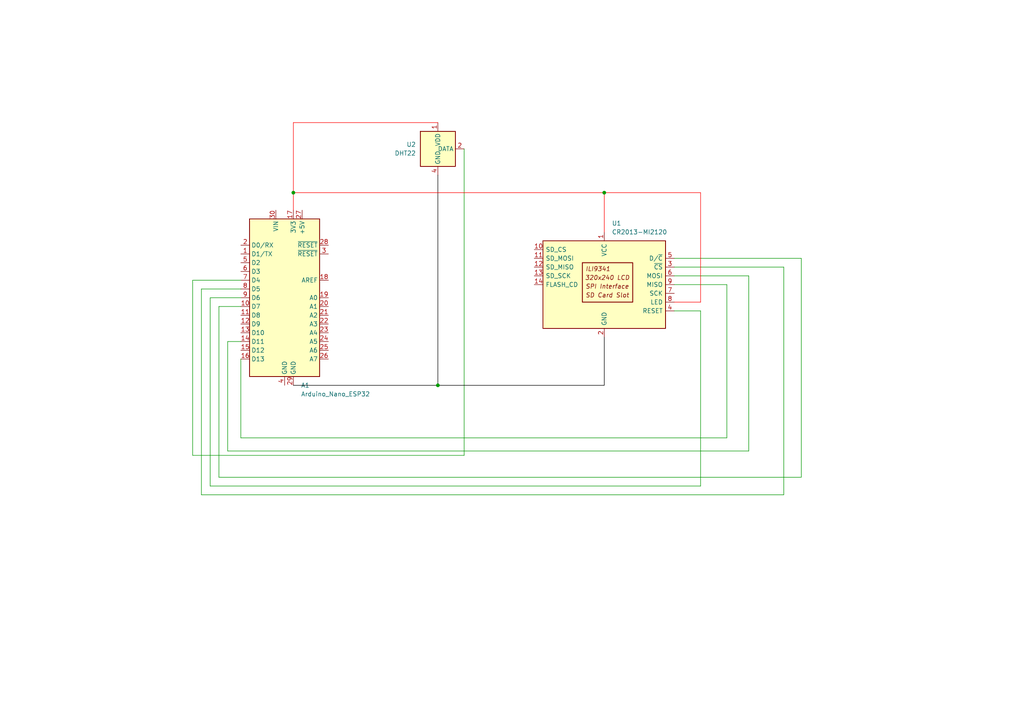
<source format=kicad_sch>
(kicad_sch (version 20231120) (generator "eeschema") (generator_version "8.0")
  (paper "A4")
  (lib_symbols
    (symbol "Driver_Display:CR2013-MI2120" (pin_names (offset 0.762))
      (property "Reference" "U" (at -17.526 13.97 0))
      (property "Value" "CR2013-MI2120" (at 1.905 13.97 0))
      (symbol "CR2013-MI2120_0_0"
        (text "320x240 LCD" (at 0.889 2.032 0) (effects (font (size 1.27 1.27) (italic yes))))
        (text "ILI9341" (at -5.461 4.572 0) (effects (font (size 1.27 1.27) (italic yes)) (justify left)))
        (text "SD Card Slot" (at -5.461 -3.048 0) (effects (font (size 1.27 1.27) (italic yes)) (justify left)))
        (text "SPI Interface" (at -5.461 -0.508 0) (effects (font (size 1.27 1.27) (italic yes)) (justify left)))
      )
      (symbol "CR2013-MI2120_0_1"
        (rectangle (start -17.78 12.7) (end 17.78 -12.7) (stroke (width 0.254)) (fill (type background)))
        (rectangle (start -6.35 6.35) (end 8.255 -5.08) (stroke (width 0.254)))
      )
      (symbol "CR2013-MI2120_1_1"
        (pin power_in line (at 0 15.24 270) (length 2.54) (name "VCC") (number "1"))
        (pin input line (at -20.32 10.16 0) (length 2.54) (name "SD_CS") (number "10"))
        (pin input line (at -20.32 7.62 0) (length 2.54) (name "SD_MOSI") (number "11"))
        (pin output line (at -20.32 5.08 0) (length 2.54) (name "SD_MISO") (number "12"))
        (pin input line (at -20.32 2.54 0) (length 2.54) (name "SD_SCK") (number "13"))
        (pin input line (at -20.32 0 0) (length 2.54) (name "FLASH_CD") (number "14"))
        (pin power_in line (at 0 -15.24 90) (length 2.54) (name "GND") (number "2"))
        (pin input line (at 20.32 5.08 180) (length 2.54) (name "~{CS}") (number "3"))
        (pin input line (at 20.32 -7.62 180) (length 2.54) (name "RESET") (number "4"))
        (pin input line (at 20.32 7.62 180) (length 2.54) (name "D/~{C}") (number "5"))
        (pin input line (at 20.32 2.54 180) (length 2.54) (name "MOSI") (number "6"))
        (pin input line (at 20.32 -2.54 180) (length 2.54) (name "SCK") (number "7"))
        (pin input line (at 20.32 -5.08 180) (length 2.54) (name "LED") (number "8"))
        (pin output line (at 20.32 0 180) (length 2.54) (name "MISO") (number "9"))
      )
    )
    (symbol "MCU_Module:Arduino_Nano_v3.x"
      (property "Reference" "A" (at -10.16 23.495 0))
      (property "Value" "Arduino_Nano_v3.x" (at 5.08 -24.13 0))
      (symbol "Arduino_Nano_v3.x_0_1"
        (rectangle (start -10.16 22.86) (end 10.16 -22.86) (stroke (width 0.254)) (fill (type background)))
      )
      (symbol "Arduino_Nano_v3.x_1_1"
        (pin bidirectional line (at -12.7 12.7 0) (length 2.54) (name "D1/TX") (number "1"))
        (pin bidirectional line (at -12.7 -2.54 0) (length 2.54) (name "D7") (number "10"))
        (pin bidirectional line (at -12.7 -5.08 0) (length 2.54) (name "D8") (number "11"))
        (pin bidirectional line (at -12.7 -7.62 0) (length 2.54) (name "D9") (number "12"))
        (pin bidirectional line (at -12.7 -10.16 0) (length 2.54) (name "D10") (number "13"))
        (pin bidirectional line (at -12.7 -12.7 0) (length 2.54) (name "D11") (number "14"))
        (pin bidirectional line (at -12.7 -15.24 0) (length 2.54) (name "D12") (number "15"))
        (pin bidirectional line (at -12.7 -17.78 0) (length 2.54) (name "D13") (number "16"))
        (pin power_out line (at 2.54 25.4 270) (length 2.54) (name "3V3") (number "17"))
        (pin input line (at 12.7 5.08 180) (length 2.54) (name "AREF") (number "18"))
        (pin bidirectional line (at 12.7 0 180) (length 2.54) (name "A0") (number "19"))
        (pin bidirectional line (at -12.7 15.24 0) (length 2.54) (name "D0/RX") (number "2"))
        (pin bidirectional line (at 12.7 -2.54 180) (length 2.54) (name "A1") (number "20"))
        (pin bidirectional line (at 12.7 -5.08 180) (length 2.54) (name "A2") (number "21"))
        (pin bidirectional line (at 12.7 -7.62 180) (length 2.54) (name "A3") (number "22"))
        (pin bidirectional line (at 12.7 -10.16 180) (length 2.54) (name "A4") (number "23"))
        (pin bidirectional line (at 12.7 -12.7 180) (length 2.54) (name "A5") (number "24"))
        (pin bidirectional line (at 12.7 -15.24 180) (length 2.54) (name "A6") (number "25"))
        (pin bidirectional line (at 12.7 -17.78 180) (length 2.54) (name "A7") (number "26"))
        (pin power_out line (at 5.08 25.4 270) (length 2.54) (name "+5V") (number "27"))
        (pin input line (at 12.7 15.24 180) (length 2.54) (name "~{RESET}") (number "28"))
        (pin power_in line (at 2.54 -25.4 90) (length 2.54) (name "GND") (number "29"))
        (pin input line (at 12.7 12.7 180) (length 2.54) (name "~{RESET}") (number "3"))
        (pin power_in line (at -2.54 25.4 270) (length 2.54) (name "VIN") (number "30"))
        (pin power_in line (at 0 -25.4 90) (length 2.54) (name "GND") (number "4"))
        (pin bidirectional line (at -12.7 10.16 0) (length 2.54) (name "D2") (number "5"))
        (pin bidirectional line (at -12.7 7.62 0) (length 2.54) (name "D3") (number "6"))
        (pin bidirectional line (at -12.7 5.08 0) (length 2.54) (name "D4") (number "7"))
        (pin bidirectional line (at -12.7 2.54 0) (length 2.54) (name "D5") (number "8"))
        (pin bidirectional line (at -12.7 0 0) (length 2.54) (name "D6") (number "9"))
      )
    )
    (symbol "Sensor:DHT11"
      (property "Reference" "U" (at -3.81 6.35 0))
      (property "Value" "DHT11" (at 3.81 6.35 0))
      (symbol "DHT11_0_1"
        (rectangle (start -5.08 5.08) (end 5.08 -5.08) (stroke (width 0.254)) (fill (type background)))
      )
      (symbol "DHT11_1_1"
        (pin power_in line (at 0 7.62 270) (length 2.54) (name "VDD") (number "1"))
        (pin bidirectional line (at 7.62 0 180) (length 2.54) (name "DATA") (number "2"))
        (pin no_connect line (at -5.08 0 0) (length 2.54) hide (name "NC") (number "3"))
        (pin power_in line (at 0 -7.62 90) (length 2.54) (name "GND") (number "4"))
      )
    )
  )
  (junction (at 85.09 55.88))
  (junction (at 127 111.76))
  (junction (at 175.26 55.88))
  (wire (pts (xy 58.42 143.51) (xy 227.33 143.51)))
  (wire (pts (xy 227.33 77.47) (xy 195.58 77.47)))
  (wire (pts (xy 85.09 55.88) (xy 85.09 60.96)) (stroke (width 0) (color 255 0 0 1)))
  (wire (pts (xy 203.2 90.17) (xy 195.58 90.17)))
  (wire (pts (xy 134.62 43.18) (xy 134.62 132.08)))
  (wire (pts (xy 69.85 99.06) (xy 66.04 99.06)))
  (wire (pts (xy 63.5 138.43) (xy 232.41 138.43)))
  (wire (pts (xy 55.88 81.28) (xy 69.85 81.28)))
  (wire (pts (xy 232.41 138.43) (xy 232.41 74.93)))
  (wire (pts (xy 127 35.56) (xy 85.09 35.56)) (stroke (width 0) (color 255 0 0 1)))
  (wire (pts (xy 60.96 86.36) (xy 60.96 140.97)))
  (wire (pts (xy 60.96 140.97) (xy 203.2 140.97)))
  (wire (pts (xy 195.58 87.63) (xy 203.2 87.63)) (stroke (width 0) (color 255 0 0 1)))
  (wire (pts (xy 127 50.8) (xy 127 111.76)) (stroke (width 0) (color 0 0 0 1)))
  (wire (pts (xy 210.82 127) (xy 210.82 82.55)))
  (wire (pts (xy 203.2 140.97) (xy 203.2 90.17)))
  (wire (pts (xy 175.26 67.31) (xy 175.26 55.88)) (stroke (width 0) (color 255 0 0 1)))
  (wire (pts (xy 232.41 74.93) (xy 195.58 74.93)))
  (wire (pts (xy 85.09 35.56) (xy 85.09 55.88)) (stroke (width 0) (color 255 0 0 1)))
  (wire (pts (xy 227.33 143.51) (xy 227.33 77.47)))
  (wire (pts (xy 55.88 132.08) (xy 55.88 81.28)))
  (wire (pts (xy 69.85 104.14) (xy 69.85 127)))
  (wire (pts (xy 175.26 97.79) (xy 175.26 111.76)) (stroke (width 0) (color 0 0 0 1)))
  (wire (pts (xy 217.17 80.01) (xy 195.58 80.01)))
  (wire (pts (xy 134.62 132.08) (xy 55.88 132.08)))
  (wire (pts (xy 63.5 88.9) (xy 63.5 138.43)))
  (wire (pts (xy 66.04 130.81) (xy 217.17 130.81)))
  (wire (pts (xy 66.04 99.06) (xy 66.04 130.81)))
  (wire (pts (xy 127 111.76) (xy 85.09 111.76)) (stroke (width 0) (color 0 0 0 1)))
  (wire (pts (xy 69.85 88.9) (xy 63.5 88.9)))
  (wire (pts (xy 69.85 127) (xy 210.82 127)))
  (wire (pts (xy 69.85 83.82) (xy 58.42 83.82)))
  (wire (pts (xy 217.17 130.81) (xy 217.17 80.01)))
  (wire (pts (xy 210.82 82.55) (xy 195.58 82.55)))
  (wire (pts (xy 85.09 55.88) (xy 175.26 55.88)) (stroke (width 0) (color 255 0 0 1)))
  (wire (pts (xy 203.2 87.63) (xy 203.2 55.88)) (stroke (width 0) (color 255 0 0 1)))
  (wire (pts (xy 175.26 111.76) (xy 127 111.76)) (stroke (width 0) (color 0 0 0 1)))
  (wire (pts (xy 58.42 83.82) (xy 58.42 143.51)))
  (wire (pts (xy 175.26 55.88) (xy 203.2 55.88)) (stroke (width 0) (color 255 0 0 1)))
  (wire (pts (xy 69.85 86.36) (xy 60.96 86.36)))
  (symbol (lib_id "Driver_Display:CR2013-MI2120") (at 175.26 82.55 0) (unit 1)
    (property "Reference" "U1" (at 177.4541 64.77 0) (effects (justify left)))
    (property "Value" "CR2013-MI2120" (at 177.4541 67.31 0) (effects (justify left)))
    (property "Footprint" "Display:CR2013-MI2120" (effects (hide yes)))
    (property "Datasheet" "http://pan.baidu.com/s/11Y990" (effects (hide yes)))
    (property "Description" "ILI9341 controller, SPI TFT LCD Display, 9-pin breakout PCB, 4-pin SD card interface, 5V/3.3V" (effects (hide yes)))
  )
  (symbol (lib_id "MCU_Module:Arduino_Nano_v3.x") (at 82.55 86.36 0) (unit 1)
    (property "Reference" "A1" (at 87.2841 111.76 0) (effects (justify left)))
    (property "Value" "Arduino_Nano_ESP32" (at 87.2841 114.3 0) (effects (justify left)))
    (property "Footprint" "Module:Arduino_Nano" (effects (hide yes)))
    (property "Datasheet" "http://www.mouser.com/pdfdocs/Gravitech_Arduino_Nano3_0.pdf" (effects (hide yes)))
    (property "Description" "Arduino Nano v3.x" (effects (hide yes)))
  )
  (symbol (lib_id "Sensor:DHT11") (at 127 43.18 0) (unit 1)
    (property "Reference" "U2" (at 120.65 41.9099 0) (effects (justify right)))
    (property "Value" "DHT22" (at 120.65 44.4499 0) (effects (justify right)))
    (property "Footprint" "Sensor:Aosong_DHT11_5.5x12.0_P2.54mm" (effects (hide yes)))
    (property "Datasheet" "http://akizukidenshi.com/download/ds/aosong/DHT11.pdf" (effects (hide yes)))
    (property "Description" "3.3V to 5.5V, temperature and humidity module, DHT11" (effects (hide yes)))
  )
)
</source>
